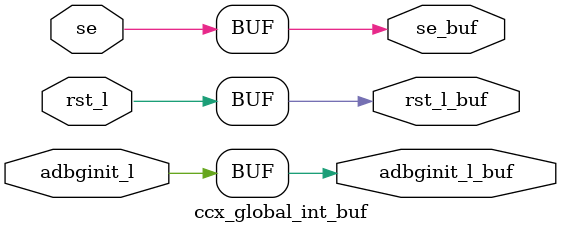
<source format=v>
module ccx_global_int_buf(
   rst_l_buf, se_buf, adbginit_l_buf, 
   rst_l, se, adbginit_l
   );
   output          rst_l_buf ;
   output          se_buf ;
   output          adbginit_l_buf ;
   input 	   rst_l ;	
   input          se ;
   input          adbginit_l ;
   assign               rst_l_buf    =  rst_l;
   assign               se_buf    =  se;
   assign               adbginit_l_buf  =  adbginit_l ;
endmodule
</source>
